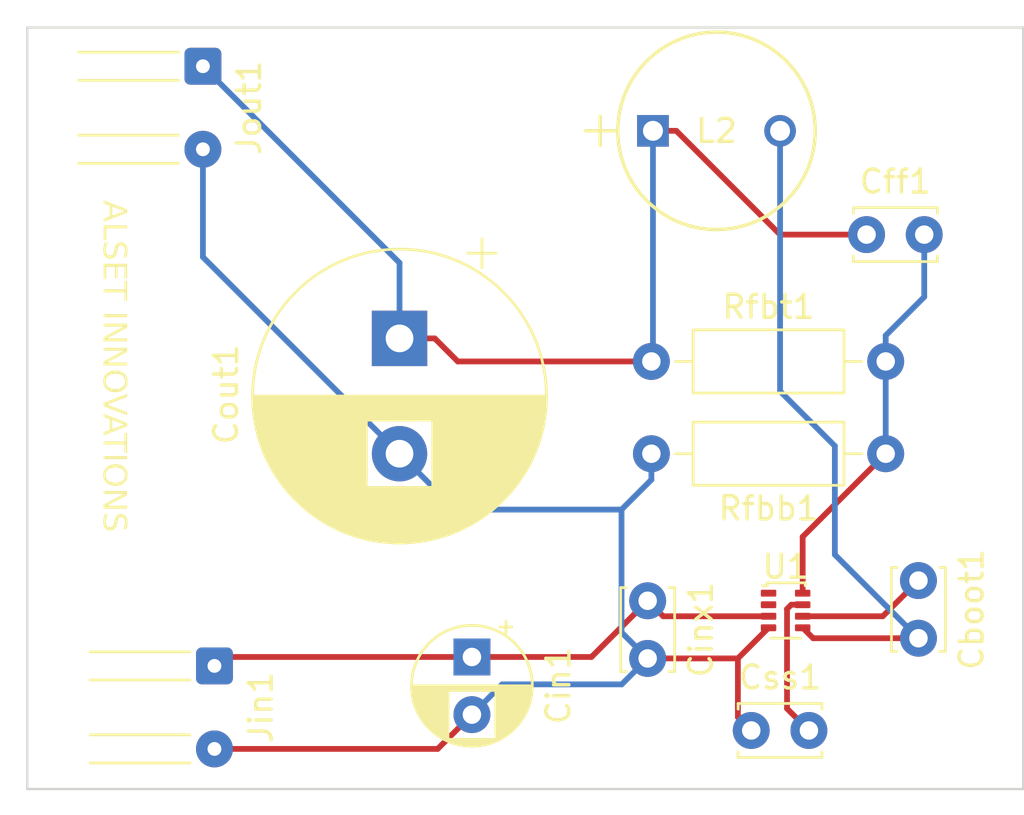
<source format=kicad_pcb>
(kicad_pcb (version 20221018) (generator pcbnew)
  (layers (0 "F.Cu" signal) (31 "B.Cu" signal) (34 "B.Paste" user) (35 "F.Paste" user) (36 "B.SilkS" user "B.Silkscreen") (37 "F.SilkS" user "F.Silkscreen") (38 "B.Mask" user) (39 "F.Mask" user) (44 "Edge.Cuts" user))
  (net 0 "")
  (net 1 "Net-(U1-BST)")
  (net 2 "Net-(U1-SW)")
  (net 3 "VCC")
  (net 4 "Net-(U1-FB)")
  (net 5 "+24V")
  (net 6 "GND")
  (net 7 "Net-(U1-SS)")
  (footprint "Connector_Wire:SolderWire-0.1sqmm_1x02_P3.6mm_D0.4mm_OD1mm_Relief" (layer "F.Cu") (at 93.975 34.7 -90)
    (fp_text reference "Jout1" (at 1.8 -2 90) (layer "F.SilkS"))
    (fp_text value "Conn_01x02")
    (fp_line (start -0.61 1.06) (end -0.61 5.39) (stroke (width 0.12)) (layer "F.SilkS"))
    (fp_line (start 0.61 1.06) (end 0.61 5.39) (stroke (width 0.12)) (layer "F.SilkS"))
    (fp_line (start 2.99 1.06) (end 2.99 5.39) (stroke (width 0.12)) (layer "F.SilkS"))
    (fp_line (start 4.21 1.06) (end 4.21 5.39) (stroke (width 0.12)) (layer "F.SilkS"))
    (pad "" np_thru_hole circle (at 0 6 270) (size 1.5 1.5) (drill 1.5) (layers "*.Cu" "*.Mask"))
    (pad "" np_thru_hole circle (at 3.6 6 270) (size 1.5 1.5) (drill 1.5) (layers "*.Cu" "*.Mask"))
    (pad "1" thru_hole roundrect (at 0 0 270) (size 1.6 1.6) (drill 0.6) (layers "*.Cu" "*.Mask") (roundrect_rratio 0.15625) (net 3 "VCC"))
    (pad "2" thru_hole circle (at 3.6 0 270) (size 1.6 1.6) (drill 0.6) (layers "*.Cu" "*.Mask") (net 6 "GND"))
  )
  (footprint "Resistor_THT:R_Axial_DIN0207_L6.3mm_D2.5mm_P10.16mm_Horizontal" (layer "F.Cu") (at 113.42 47.5)
    (fp_text reference "Rfbt1" (at 5.08 -2.37) (layer "F.SilkS"))
    (fp_text value "~")
    (fp_line (start 1.04 0) (end 1.81 0) (stroke (width 0.12)) (layer "F.SilkS"))
    (fp_line (start 1.81 -1.37) (end 1.81 1.37) (stroke (width 0.12)) (layer "F.SilkS"))
    (fp_line (start 1.81 1.37) (end 8.35 1.37) (stroke (width 0.12)) (layer "F.SilkS"))
    (fp_line (start 8.35 -1.37) (end 1.81 -1.37) (stroke (width 0.12)) (layer "F.SilkS"))
    (fp_line (start 8.35 1.37) (end 8.35 -1.37) (stroke (width 0.12)) (layer "F.SilkS"))
    (fp_line (start 9.12 0) (end 8.35 0) (stroke (width 0.12)) (layer "F.SilkS"))
    (pad "1" thru_hole circle (at 0 0) (size 1.6 1.6) (drill 0.8) (layers "*.Cu" "*.Mask") (net 3 "VCC"))
    (pad "2" thru_hole oval (at 10.16 0) (size 1.6 1.6) (drill 0.8) (layers "*.Cu" "*.Mask") (net 4 "Net-(U1-FB)"))
  )
  (footprint "Capacitor_THT:C_Disc_D3.4mm_W2.1mm_P2.50mm" (layer "F.Cu") (at 117.75 63.5)
    (fp_text reference "Css1" (at 1.25 -2.3) (layer "F.SilkS"))
    (fp_text value "33n")
    (fp_line (start -0.57 -1.17) (end -0.57 -0.925) (stroke (width 0.12)) (layer "F.SilkS"))
    (fp_line (start -0.57 -1.17) (end 3.07 -1.17) (stroke (width 0.12)) (layer "F.SilkS"))
    (fp_line (start -0.57 0.925) (end -0.57 1.17) (stroke (width 0.12)) (layer "F.SilkS"))
    (fp_line (start -0.57 1.17) (end 3.07 1.17) (stroke (width 0.12)) (layer "F.SilkS"))
    (fp_line (start 3.07 -1.17) (end 3.07 -0.925) (stroke (width 0.12)) (layer "F.SilkS"))
    (fp_line (start 3.07 0.925) (end 3.07 1.17) (stroke (width 0.12)) (layer "F.SilkS"))
    (pad "1" thru_hole circle (at 0 0) (size 1.6 1.6) (drill 0.8) (layers "*.Cu" "*.Mask") (net 6 "GND"))
    (pad "2" thru_hole circle (at 2.5 0) (size 1.6 1.6) (drill 0.8) (layers "*.Cu" "*.Mask") (net 7 "Net-(U1-SS)"))
  )
  (footprint "Package_TO_SOT_SMD:SOT-583-8" (layer "F.Cu") (at 119.24 58.297)
    (fp_text reference "U1" (at 0 -1.9 unlocked) (layer "F.SilkS"))
    (fp_text value "TPS62932")
    (fp_line (start -0.8 -1.2) (end 0.85 -1.2) (stroke (width 0.12)) (layer "F.SilkS"))
    (fp_line (start -0.8 -1.075) (end -1 -1.075) (stroke (width 0.12)) (layer "F.SilkS"))
    (fp_line (start -0.8 -1.075) (end -0.8 -1.2) (stroke (width 0.12)) (layer "F.SilkS"))
    (fp_line (start 0.65 1.2) (end -0.65 1.2) (stroke (width 0.12)) (layer "F.SilkS"))
    (fp_line (start 0.85 -1.2) (end 0.85 -1.075) (stroke (width 0.12)) (layer "F.SilkS"))
    (pad "1" smd roundrect (at -0.74 -0.75) (size 0.67 0.3) (layers "F.Cu" "F.Paste" "F.Mask") (roundrect_rratio 0.1666666667))
    (pad "2" smd roundrect (at -0.74 -0.25) (size 0.67 0.3) (layers "F.Cu" "F.Paste" "F.Mask") (roundrect_rratio 0.1666666667))
    (pad "3" smd roundrect (at -0.74 0.25) (size 0.67 0.3) (layers "F.Cu" "F.Paste" "F.Mask") (roundrect_rratio 0.1666666667) (net 5 "+24V"))
    (pad "4" smd roundrect (at -0.74 0.75) (size 0.67 0.3) (layers "F.Cu" "F.Paste" "F.Mask") (roundrect_rratio 0.1666666667) (net 6 "GND"))
    (pad "5" smd roundrect (at 0.74 0.75) (size 0.67 0.3) (layers "F.Cu" "F.Paste" "F.Mask") (roundrect_rratio 0.1666666667) (net 2 "Net-(U1-SW)"))
    (pad "6" smd roundrect (at 0.74 0.25) (size 0.67 0.3) (layers "F.Cu" "F.Paste" "F.Mask") (roundrect_rratio 0.1666666667) (net 1 "Net-(U1-BST)"))
    (pad "7" smd roundrect (at 0.74 -0.25) (size 0.67 0.3) (layers "F.Cu" "F.Paste" "F.Mask") (roundrect_rratio 0.1666666667) (net 7 "Net-(U1-SS)"))
    (pad "8" smd roundrect (at 0.74 -0.75) (size 0.67 0.3) (layers "F.Cu" "F.Paste" "F.Mask") (roundrect_rratio 0.1666666667) (net 4 "Net-(U1-FB)"))
  )
  (footprint "Capacitor_THT:CP_Radial_D12.5mm_P5.00mm" (layer "F.Cu") (at 102.5 46.5 -90)
    (fp_text reference "Cout1" (at 2.4256 7.5184 -90) (layer "F.SilkS"))
    (fp_text value "~")
    (fp_line (start -4.317082 -3.575) (end -3.067082 -3.575) (stroke (width 0.12)) (layer "F.SilkS"))
    (fp_line (start -3.692082 -4.2) (end -3.692082 -2.95) (stroke (width 0.12)) (layer "F.SilkS"))
    (fp_line (start 2.5 -6.33) (end 2.5 6.33) (stroke (width 0.12)) (layer "F.SilkS"))
    (fp_line (start 2.54 -6.33) (end 2.54 6.33) (stroke (width 0.12)) (layer "F.SilkS"))
    (fp_line (start 2.58 -6.33) (end 2.58 6.33) (stroke (width 0.12)) (layer "F.SilkS"))
    (fp_line (start 2.62 -6.329) (end 2.62 6.329) (stroke (width 0.12)) (layer "F.SilkS"))
    (fp_line (start 2.66 -6.328) (end 2.66 6.328) (stroke (width 0.12)) (layer "F.SilkS"))
    (fp_line (start 2.7 -6.327) (end 2.7 6.327) (stroke (width 0.12)) (layer "F.SilkS"))
    (fp_line (start 2.74 -6.326) (end 2.74 6.326) (stroke (width 0.12)) (layer "F.SilkS"))
    (fp_line (start 2.78 -6.324) (end 2.78 6.324) (stroke (width 0.12)) (layer "F.SilkS"))
    (fp_line (start 2.82 -6.322) (end 2.82 6.322) (stroke (width 0.12)) (layer "F.SilkS"))
    (fp_line (start 2.86 -6.32) (end 2.86 6.32) (stroke (width 0.12)) (layer "F.SilkS"))
    (fp_line (start 2.9 -6.318) (end 2.9 6.318) (stroke (width 0.12)) (layer "F.SilkS"))
    (fp_line (start 2.94 -6.315) (end 2.94 6.315) (stroke (width 0.12)) (layer "F.SilkS"))
    (fp_line (start 2.98 -6.312) (end 2.98 6.312) (stroke (width 0.12)) (layer "F.SilkS"))
    (fp_line (start 3.02 -6.309) (end 3.02 6.309) (stroke (width 0.12)) (layer "F.SilkS"))
    (fp_line (start 3.06 -6.306) (end 3.06 6.306) (stroke (width 0.12)) (layer "F.SilkS"))
    (fp_line (start 3.1 -6.302) (end 3.1 6.302) (stroke (width 0.12)) (layer "F.SilkS"))
    (fp_line (start 3.14 -6.298) (end 3.14 6.298) (stroke (width 0.12)) (layer "F.SilkS"))
    (fp_line (start 3.18 -6.294) (end 3.18 6.294) (stroke (width 0.12)) (layer "F.SilkS"))
    (fp_line (start 3.221 -6.29) (end 3.221 6.29) (stroke (width 0.12)) (layer "F.SilkS"))
    (fp_line (start 3.261 -6.285) (end 3.261 6.285) (stroke (width 0.12)) (layer "F.SilkS"))
    (fp_line (start 3.301 -6.28) (end 3.301 6.28) (stroke (width 0.12)) (layer "F.SilkS"))
    (fp_line (start 3.341 -6.275) (end 3.341 6.275) (stroke (width 0.12)) (layer "F.SilkS"))
    (fp_line (start 3.381 -6.269) (end 3.381 6.269) (stroke (width 0.12)) (layer "F.SilkS"))
    (fp_line (start 3.421 -6.264) (end 3.421 6.264) (stroke (width 0.12)) (layer "F.SilkS"))
    (fp_line (start 3.461 -6.258) (end 3.461 6.258) (stroke (width 0.12)) (layer "F.SilkS"))
    (fp_line (start 3.501 -6.252) (end 3.501 6.252) (stroke (width 0.12)) (layer "F.SilkS"))
    (fp_line (start 3.541 -6.245) (end 3.541 6.245) (stroke (width 0.12)) (layer "F.SilkS"))
    (fp_line (start 3.581 -6.238) (end 3.581 -1.44) (stroke (width 0.12)) (layer "F.SilkS"))
    (fp_line (start 3.581 1.44) (end 3.581 6.238) (stroke (width 0.12)) (layer "F.SilkS"))
    (fp_line (start 3.621 -6.231) (end 3.621 -1.44) (stroke (width 0.12)) (layer "F.SilkS"))
    (fp_line (start 3.621 1.44) (end 3.621 6.231) (stroke (width 0.12)) (layer "F.SilkS"))
    (fp_line (start 3.661 -6.224) (end 3.661 -1.44) (stroke (width 0.12)) (layer "F.SilkS"))
    (fp_line (start 3.661 1.44) (end 3.661 6.224) (stroke (width 0.12)) (layer "F.SilkS"))
    (fp_line (start 3.701 -6.216) (end 3.701 -1.44) (stroke (width 0.12)) (layer "F.SilkS"))
    (fp_line (start 3.701 1.44) (end 3.701 6.216) (stroke (width 0.12)) (layer "F.SilkS"))
    (fp_line (start 3.741 -6.209) (end 3.741 -1.44) (stroke (width 0.12)) (layer "F.SilkS"))
    (fp_line (start 3.741 1.44) (end 3.741 6.209) (stroke (width 0.12)) (layer "F.SilkS"))
    (fp_line (start 3.781 -6.201) (end 3.781 -1.44) (stroke (width 0.12)) (layer "F.SilkS"))
    (fp_line (start 3.781 1.44) (end 3.781 6.201) (stroke (width 0.12)) (layer "F.SilkS"))
    (fp_line (start 3.821 -6.192) (end 3.821 -1.44) (stroke (width 0.12)) (layer "F.SilkS"))
    (fp_line (start 3.821 1.44) (end 3.821 6.192) (stroke (width 0.12)) (layer "F.SilkS"))
    (fp_line (start 3.861 -6.184) (end 3.861 -1.44) (stroke (width 0.12)) (layer "F.SilkS"))
    (fp_line (start 3.861 1.44) (end 3.861 6.184) (stroke (width 0.12)) (layer "F.SilkS"))
    (fp_line (start 3.901 -6.175) (end 3.901 -1.44) (stroke (width 0.12)) (layer "F.SilkS"))
    (fp_line (start 3.901 1.44) (end 3.901 6.175) (stroke (width 0.12)) (layer "F.SilkS"))
    (fp_line (start 3.941 -6.166) (end 3.941 -1.44) (stroke (width 0.12)) (layer "F.SilkS"))
    (fp_line (start 3.941 1.44) (end 3.941 6.166) (stroke (width 0.12)) (layer "F.SilkS"))
    (fp_line (start 3.981 -6.156) (end 3.981 -1.44) (stroke (width 0.12)) (layer "F.SilkS"))
    (fp_line (start 3.981 1.44) (end 3.981 6.156) (stroke (width 0.12)) (layer "F.SilkS"))
    (fp_line (start 4.021 -6.146) (end 4.021 -1.44) (stroke (width 0.12)) (layer "F.SilkS"))
    (fp_line (start 4.021 1.44) (end 4.021 6.146) (stroke (width 0.12)) (layer "F.SilkS"))
    (fp_line (start 4.061 -6.137) (end 4.061 -1.44) (stroke (width 0.12)) (layer "F.SilkS"))
    (fp_line (start 4.061 1.44) (end 4.061 6.137) (stroke (width 0.12)) (layer "F.SilkS"))
    (fp_line (start 4.101 -6.126) (end 4.101 -1.44) (stroke (width 0.12)) (layer "F.SilkS"))
    (fp_line (start 4.101 1.44) (end 4.101 6.126) (stroke (width 0.12)) (layer "F.SilkS"))
    (fp_line (start 4.141 -6.116) (end 4.141 -1.44) (stroke (width 0.12)) (layer "F.SilkS"))
    (fp_line (start 4.141 1.44) (end 4.141 6.116) (stroke (width 0.12)) (layer "F.SilkS"))
    (fp_line (start 4.181 -6.105) (end 4.181 -1.44) (stroke (width 0.12)) (layer "F.SilkS"))
    (fp_line (start 4.181 1.44) (end 4.181 6.105) (stroke (width 0.12)) (layer "F.SilkS"))
    (fp_line (start 4.221 -6.094) (end 4.221 -1.44) (stroke (width 0.12)) (layer "F.SilkS"))
    (fp_line (start 4.221 1.44) (end 4.221 6.094) (stroke (width 0.12)) (layer "F.SilkS"))
    (fp_line (start 4.261 -6.083) (end 4.261 -1.44) (stroke (width 0.12)) (layer "F.SilkS"))
    (fp_line (start 4.261 1.44) (end 4.261 6.083) (stroke (width 0.12)) (layer "F.SilkS"))
    (fp_line (start 4.301 -6.071) (end 4.301 -1.44) (stroke (width 0.12)) (layer "F.SilkS"))
    (fp_line (start 4.301 1.44) (end 4.301 6.071) (stroke (width 0.12)) (layer "F.SilkS"))
    (fp_line (start 4.341 -6.059) (end 4.341 -1.44) (stroke (width 0.12)) (layer "F.SilkS"))
    (fp_line (start 4.341 1.44) (end 4.341 6.059) (stroke (width 0.12)) (layer "F.SilkS"))
    (fp_line (start 4.381 -6.047) (end 4.381 -1.44) (stroke (width 0.12)) (layer "F.SilkS"))
    (fp_line (start 4.381 1.44) (end 4.381 6.047) (stroke (width 0.12)) (layer "F.SilkS"))
    (fp_line (start 4.421 -6.034) (end 4.421 -1.44) (stroke (width 0.12)) (layer "F.SilkS"))
    (fp_line (start 4.421 1.44) (end 4.421 6.034) (stroke (width 0.12)) (layer "F.SilkS"))
    (fp_line (start 4.461 -6.021) (end 4.461 -1.44) (stroke (width 0.12)) (layer "F.SilkS"))
    (fp_line (start 4.461 1.44) (end 4.461 6.021) (stroke (width 0.12)) (layer "F.SilkS"))
    (fp_line (start 4.501 -6.008) (end 4.501 -1.44) (stroke (width 0.12)) (layer "F.SilkS"))
    (fp_line (start 4.501 1.44) (end 4.501 6.008) (stroke (width 0.12)) (layer "F.SilkS"))
    (fp_line (start 4.541 -5.995) (end 4.541 -1.44) (stroke (width 0.12)) (layer "F.SilkS"))
    (fp_line (start 4.541 1.44) (end 4.541 5.995) (stroke (width 0.12)) (layer "F.SilkS"))
    (fp_line (start 4.581 -5.981) (end 4.581 -1.44) (stroke (width 0.12)) (layer "F.SilkS"))
    (fp_line (start 4.581 1.44) (end 4.581 5.981) (stroke (width 0.12)) (layer "F.SilkS"))
    (fp_line (start 4.621 -5.967) (end 4.621 -1.44) (stroke (width 0.12)) (layer "F.SilkS"))
    (fp_line (start 4.621 1.44) (end 4.621 5.967) (stroke (width 0.12)) (layer "F.SilkS"))
    (fp_line (start 4.661 -5.953) (end 4.661 -1.44) (stroke (width 0.12)) (layer "F.SilkS"))
    (fp_line (start 4.661 1.44) (end 4.661 5.953) (stroke (width 0.12)) (layer "F.SilkS"))
    (fp_line (start 4.701 -5.939) (end 4.701 -1.44) (stroke (width 0.12)) (layer "F.SilkS"))
    (fp_line (start 4.701 1.44) (end 4.701 5.939) (stroke (width 0.12)) (layer "F.SilkS"))
    (fp_line (start 4.741 -5.924) (end 4.741 -1.44) (stroke (width 0.12)) (layer "F.SilkS"))
    (fp_line (start 4.741 1.44) (end 4.741 5.924) (stroke (width 0.12)) (layer "F.SilkS"))
    (fp_line (start 4.781 -5.908) (end 4.781 -1.44) (stroke (width 0.12)) (layer "F.SilkS"))
    (fp_line (start 4.781 1.44) (end 4.781 5.908) (stroke (width 0.12)) (layer "F.SilkS"))
    (fp_line (start 4.821 -5.893) (end 4.821 -1.44) (stroke (width 0.12)) (layer "F.SilkS"))
    (fp_line (start 4.821 1.44) (end 4.821 5.893) (stroke (width 0.12)) (layer "F.SilkS"))
    (fp_line (start 4.861 -5.877) (end 4.861 -1.44) (stroke (width 0.12)) (layer "F.SilkS"))
    (fp_line (start 4.861 1.44) (end 4.861 5.877) (stroke (width 0.12)) (layer "F.SilkS"))
    (fp_line (start 4.901 -5.861) (end 4.901 -1.44) (stroke (width 0.12)) (layer "F.SilkS"))
    (fp_line (start 4.901 1.44) (end 4.901 5.861) (stroke (width 0.12)) (layer "F.SilkS"))
    (fp_line (start 4.941 -5.845) (end 4.941 -1.44) (stroke (width 0.12)) (layer "F.SilkS"))
    (fp_line (start 4.941 1.44) (end 4.941 5.845) (stroke (width 0.12)) (layer "F.SilkS"))
    (fp_line (start 4.981 -5.828) (end 4.981 -1.44) (stroke (width 0.12)) (layer "F.SilkS"))
    (fp_line (start 4.981 1.44) (end 4.981 5.828) (stroke (width 0.12)) (layer "F.SilkS"))
    (fp_line (start 5.021 -5.811) (end 5.021 -1.44) (stroke (width 0.12)) (layer "F.SilkS"))
    (fp_line (start 5.021 1.44) (end 5.021 5.811) (stroke (width 0.12)) (layer "F.SilkS"))
    (fp_line (start 5.061 -5.793) (end 5.061 -1.44) (stroke (width 0.12)) (layer "F.SilkS"))
    (fp_line (start 5.061 1.44) (end 5.061 5.793) (stroke (width 0.12)) (layer "F.SilkS"))
    (fp_line (start 5.101 -5.776) (end 5.101 -1.44) (stroke (width 0.12)) (layer "F.SilkS"))
    (fp_line (start 5.101 1.44) (end 5.101 5.776) (stroke (width 0.12)) (layer "F.SilkS"))
    (fp_line (start 5.141 -5.758) (end 5.141 -1.44) (stroke (width 0.12)) (layer "F.SilkS"))
    (fp_line (start 5.141 1.44) (end 5.141 5.758) (stroke (width 0.12)) (layer "F.SilkS"))
    (fp_line (start 5.181 -5.739) (end 5.181 -1.44) (stroke (width 0.12)) (layer "F.SilkS"))
    (fp_line (start 5.181 1.44) (end 5.181 5.739) (stroke (width 0.12)) (layer "F.SilkS"))
    (fp_line (start 5.221 -5.721) (end 5.221 -1.44) (stroke (width 0.12)) (layer "F.SilkS"))
    (fp_line (start 5.221 1.44) (end 5.221 5.721) (stroke (width 0.12)) (layer "F.SilkS"))
    (fp_line (start 5.261 -5.702) (end 5.261 -1.44) (stroke (width 0.12)) (layer "F.SilkS"))
    (fp_line (start 5.261 1.44) (end 5.261 5.702) (stroke (width 0.12)) (layer "F.SilkS"))
    (fp_line (start 5.301 -5.682) (end 5.301 -1.44) (stroke (width 0.12)) (layer "F.SilkS"))
    (fp_line (start 5.301 1.44) (end 5.301 5.682) (stroke (width 0.12)) (layer "F.SilkS"))
    (fp_line (start 5.341 -5.662) (end 5.341 -1.44) (stroke (width 0.12)) (layer "F.SilkS"))
    (fp_line (start 5.341 1.44) (end 5.341 5.662) (stroke (width 0.12)) (layer "F.SilkS"))
    (fp_line (start 5.381 -5.642) (end 5.381 -1.44) (stroke (width 0.12)) (layer "F.SilkS"))
    (fp_line (start 5.381 1.44) (end 5.381 5.642) (stroke (width 0.12)) (layer "F.SilkS"))
    (fp_line (start 5.421 -5.622) (end 5.421 -1.44) (stroke (width 0.12)) (layer "F.SilkS"))
    (fp_line (start 5.421 1.44) (end 5.421 5.622) (stroke (width 0.12)) (layer "F.SilkS"))
    (fp_line (start 5.461 -5.601) (end 5.461 -1.44) (stroke (width 0.12)) (layer "F.SilkS"))
    (fp_line (start 5.461 1.44) (end 5.461 5.601) (stroke (width 0.12)) (layer "F.SilkS"))
    (fp_line (start 5.501 -5.58) (end 5.501 -1.44) (stroke (width 0.12)) (layer "F.SilkS"))
    (fp_line (start 5.501 1.44) (end 5.501 5.58) (stroke (width 0.12)) (layer "F.SilkS"))
    (fp_line (start 5.541 -5.558) (end 5.541 -1.44) (stroke (width 0.12)) (layer "F.SilkS"))
    (fp_line (start 5.541 1.44) (end 5.541 5.558) (stroke (width 0.12)) (layer "F.SilkS"))
    (fp_line (start 5.581 -5.536) (end 5.581 -1.44) (stroke (width 0.12)) (layer "F.SilkS"))
    (fp_line (start 5.581 1.44) (end 5.581 5.536) (stroke (width 0.12)) (layer "F.SilkS"))
    (fp_line (start 5.621 -5.514) (end 5.621 -1.44) (stroke (width 0.12)) (layer "F.SilkS"))
    (fp_line (start 5.621 1.44) (end 5.621 5.514) (stroke (width 0.12)) (layer "F.SilkS"))
    (fp_line (start 5.661 -5.491) (end 5.661 -1.44) (stroke (width 0.12)) (layer "F.SilkS"))
    (fp_line (start 5.661 1.44) (end 5.661 5.491) (stroke (width 0.12)) (layer "F.SilkS"))
    (fp_line (start 5.701 -5.468) (end 5.701 -1.44) (stroke (width 0.12)) (layer "F.SilkS"))
    (fp_line (start 5.701 1.44) (end 5.701 5.468) (stroke (width 0.12)) (layer "F.SilkS"))
    (fp_line (start 5.741 -5.445) (end 5.741 -1.44) (stroke (width 0.12)) (layer "F.SilkS"))
    (fp_line (start 5.741 1.44) (end 5.741 5.445) (stroke (width 0.12)) (layer "F.SilkS"))
    (fp_line (start 5.781 -5.421) (end 5.781 -1.44) (stroke (width 0.12)) (layer "F.SilkS"))
    (fp_line (start 5.781 1.44) (end 5.781 5.421) (stroke (width 0.12)) (layer "F.SilkS"))
    (fp_line (start 5.821 -5.397) (end 5.821 -1.44) (stroke (width 0.12)) (layer "F.SilkS"))
    (fp_line (start 5.821 1.44) (end 5.821 5.397) (stroke (width 0.12)) (layer "F.SilkS"))
    (fp_line (start 5.861 -5.372) (end 5.861 -1.44) (stroke (width 0.12)) (layer "F.SilkS"))
    (fp_line (start 5.861 1.44) (end 5.861 5.372) (stroke (width 0.12)) (layer "F.SilkS"))
    (fp_line (start 5.901 -5.347) (end 5.901 -1.44) (stroke (width 0.12)) (layer "F.SilkS"))
    (fp_line (start 5.901 1.44) (end 5.901 5.347) (stroke (width 0.12)) (layer "F.SilkS"))
    (fp_line (start 5.941 -5.322) (end 5.941 -1.44) (stroke (width 0.12)) (layer "F.SilkS"))
    (fp_line (start 5.941 1.44) (end 5.941 5.322) (stroke (width 0.12)) (layer "F.SilkS"))
    (fp_line (start 5.981 -5.296) (end 5.981 -1.44) (stroke (width 0.12)) (layer "F.SilkS"))
    (fp_line (start 5.981 1.44) (end 5.981 5.296) (stroke (width 0.12)) (layer "F.SilkS"))
    (fp_line (start 6.021 -5.27) (end 6.021 -1.44) (stroke (width 0.12)) (layer "F.SilkS"))
    (fp_line (start 6.021 1.44) (end 6.021 5.27) (stroke (width 0.12)) (layer "F.SilkS"))
    (fp_line (start 6.061 -5.243) (end 6.061 -1.44) (stroke (width 0.12)) (layer "F.SilkS"))
    (fp_line (start 6.061 1.44) (end 6.061 5.243) (stroke (width 0.12)) (layer "F.SilkS"))
    (fp_line (start 6.101 -5.216) (end 6.101 -1.44) (stroke (width 0.12)) (layer "F.SilkS"))
    (fp_line (start 6.101 1.44) (end 6.101 5.216) (stroke (width 0.12)) (layer "F.SilkS"))
    (fp_line (start 6.141 -5.188) (end 6.141 -1.44) (stroke (width 0.12)) (layer "F.SilkS"))
    (fp_line (start 6.141 1.44) (end 6.141 5.188) (stroke (width 0.12)) (layer "F.SilkS"))
    (fp_line (start 6.181 -5.16) (end 6.181 -1.44) (stroke (width 0.12)) (layer "F.SilkS"))
    (fp_line (start 6.181 1.44) (end 6.181 5.16) (stroke (width 0.12)) (layer "F.SilkS"))
    (fp_line (start 6.221 -5.131) (end 6.221 -1.44) (stroke (width 0.12)) (layer "F.SilkS"))
    (fp_line (start 6.221 1.44) (end 6.221 5.131) (stroke (width 0.12)) (layer "F.SilkS"))
    (fp_line (start 6.261 -5.102) (end 6.261 -1.44) (stroke (width 0.12)) (layer "F.SilkS"))
    (fp_line (start 6.261 1.44) (end 6.261 5.102) (stroke (width 0.12)) (layer "F.SilkS"))
    (fp_line (start 6.301 -5.073) (end 6.301 -1.44) (stroke (width 0.12)) (layer "F.SilkS"))
    (fp_line (start 6.301 1.44) (end 6.301 5.073) (stroke (width 0.12)) (layer "F.SilkS"))
    (fp_line (start 6.341 -5.043) (end 6.341 -1.44) (stroke (width 0.12)) (layer "F.SilkS"))
    (fp_line (start 6.341 1.44) (end 6.341 5.043) (stroke (width 0.12)) (layer "F.SilkS"))
    (fp_line (start 6.381 -5.012) (end 6.381 -1.44) (stroke (width 0.12)) (layer "F.SilkS"))
    (fp_line (start 6.381 1.44) (end 6.381 5.012) (stroke (width 0.12)) (layer "F.SilkS"))
    (fp_line (start 6.421 -4.982) (end 6.421 -1.44) (stroke (width 0.12)) (layer "F.SilkS"))
    (fp_line (start 6.421 1.44) (end 6.421 4.982) (stroke (width 0.12)) (layer "F.SilkS"))
    (fp_line (start 6.461 -4.95) (end 6.461 4.95) (stroke (width 0.12)) (layer "F.SilkS"))
    (fp_line (start 6.501 -4.918) (end 6.501 4.918) (stroke (width 0.12)) (layer "F.SilkS"))
    (fp_line (start 6.541 -4.885) (end 6.541 4.885) (stroke (width 0.12)) (layer "F.SilkS"))
    (fp_line (start 6.581 -4.852) (end 6.581 4.852) (stroke (width 0.12)) (layer "F.SilkS"))
    (fp_line (start 6.621 -4.819) (end 6.621 4.819) (stroke (width 0.12)) (layer "F.SilkS"))
    (fp_line (start 6.661 -4.785) (end 6.661 4.785) (stroke (width 0.12)) (layer "F.SilkS"))
    (fp_line (start 6.701 -4.75) (end 6.701 4.75) (stroke (width 0.12)) (layer "F.SilkS"))
    (fp_line (start 6.741 -4.714) (end 6.741 4.714) (stroke (width 0.12)) (layer "F.SilkS"))
    (fp_line (start 6.781 -4.678) (end 6.781 4.678) (stroke (width 0.12)) (layer "F.SilkS"))
    (fp_line (start 6.821 -4.642) (end 6.821 4.642) (stroke (width 0.12)) (layer "F.SilkS"))
    (fp_line (start 6.861 -4.605) (end 6.861 4.605) (stroke (width 0.12)) (layer "F.SilkS"))
    (fp_line (start 6.901 -4.567) (end 6.901 4.567) (stroke (width 0.12)) (layer "F.SilkS"))
    (fp_line (start 6.941 -4.528) (end 6.941 4.528) (stroke (width 0.12)) (layer "F.SilkS"))
    (fp_line (start 6.981 -4.489) (end 6.981 4.489) (stroke (width 0.12)) (layer "F.SilkS"))
    (fp_line (start 7.021 -4.449) (end 7.021 4.449) (stroke (width 0.12)) (layer "F.SilkS"))
    (fp_line (start 7.061 -4.408) (end 7.061 4.408) (stroke (width 0.12)) (layer "F.SilkS"))
    (fp_line (start 7.101 -4.367) (end 7.101 4.367) (stroke (width 0.12)) (layer "F.SilkS"))
    (fp_line (start 7.141 -4.325) (end 7.141 4.325) (stroke (width 0.12)) (layer "F.SilkS"))
    (fp_line (start 7.181 -4.282) (end 7.181 4.282) (stroke (width 0.12)) (layer "F.SilkS"))
    (fp_line (start 7.221 -4.238) (end 7.221 4.238) (stroke (width 0.12)) (layer "F.SilkS"))
    (fp_line (start 7.261 -4.194) (end 7.261 4.194) (stroke (width 0.12)) (layer "F.SilkS"))
    (fp_line (start 7.301 -4.148) (end 7.301 4.148) (stroke (width 0.12)) (layer "F.SilkS"))
    (fp_line (start 7.341 -4.102) (end 7.341 4.102) (stroke (width 0.12)) (layer "F.SilkS"))
    (fp_line (start 7.381 -4.055) (end 7.381 4.055) (stroke (width 0.12)) (layer "F.SilkS"))
    (fp_line (start 7.421 -4.007) (end 7.421 4.007) (stroke (width 0.12)) (layer "F.SilkS"))
    (fp_line (start 7.461 -3.957) (end 7.461 3.957) (stroke (width 0.12)) (layer "F.SilkS"))
    (fp_line (start 7.501 -3.907) (end 7.501 3.907) (stroke (width 0.12)) (layer "F.SilkS"))
    (fp_line (start 7.541 -3.856) (end 7.541 3.856) (stroke (width 0.12)) (layer "F.SilkS"))
    (fp_line (start 7.581 -3.804) (end 7.581 3.804) (stroke (width 0.12)) (layer "F.SilkS"))
    (fp_line (start 7.621 -3.75) (end 7.621 3.75) (stroke (width 0.12)) (layer "F.SilkS"))
    (fp_line (start 7.661 -3.696) (end 7.661 3.696) (stroke (width 0.12)) (layer "F.SilkS"))
    (fp_line (start 7.701 -3.64) (end 7.701 3.64) (stroke (width 0.12)) (layer "F.SilkS"))
    (fp_line (start 7.741 -3.583) (end 7.741 3.583) (stroke (width 0.12)) (layer "F.SilkS"))
    (fp_line (start 7.781 -3.524) (end 7.781 3.524) (stroke (width 0.12)) (layer "F.SilkS"))
    (fp_line (start 7.821 -3.464) (end 7.821 3.464) (stroke (width 0.12)) (layer "F.SilkS"))
    (fp_line (start 7.861 -3.402) (end 7.861 3.402) (stroke (width 0.12)) (layer "F.SilkS"))
    (fp_line (start 7.901 -3.339) (end 7.901 3.339) (stroke (width 0.12)) (layer "F.SilkS"))
    (fp_line (start 7.941 -3.275) (end 7.941 3.275) (stroke (width 0.12)) (layer "F.SilkS"))
    (fp_line (start 7.981 -3.208) (end 7.981 3.208) (stroke (width 0.12)) (layer "F.SilkS"))
    (fp_line (start 8.021 -3.14) (end 8.021 3.14) (stroke (width 0.12)) (layer "F.SilkS"))
    (fp_line (start 8.061 -3.069) (end 8.061 3.069) (stroke (width 0.12)) (layer "F.SilkS"))
    (fp_line (start 8.101 -2.996) (end 8.101 2.996) (stroke (width 0.12)) (layer "F.SilkS"))
    (fp_line (start 8.141 -2.921) (end 8.141 2.921) (stroke (width 0.12)) (layer "F.SilkS"))
    (fp_line (start 8.181 -2.844) (end 8.181 2.844) (stroke (width 0.12)) (layer "F.SilkS"))
    (fp_line (start 8.221 -2.764) (end 8.221 2.764) (stroke (width 0.12)) (layer "F.SilkS"))
    (fp_line (start 8.261 -2.681) (end 8.261 2.681) (stroke (width 0.12)) (layer "F.SilkS"))
    (fp_line (start 8.301 -2.594) (end 8.301 2.594) (stroke (width 0.12)) (layer "F.SilkS"))
    (fp_line (start 8.341 -2.504) (end 8.341 2.504) (stroke (width 0.12)) (layer "F.SilkS"))
    (fp_line (start 8.381 -2.41) (end 8.381 2.41) (stroke (width 0.12)) (layer "F.SilkS"))
    (fp_line (start 8.421 -2.312) (end 8.421 2.312) (stroke (width 0.12)) (layer "F.SilkS"))
    (fp_line (start 8.461 -2.209) (end 8.461 2.209) (stroke (width 0.12)) (layer "F.SilkS"))
    (fp_line (start 8.501 -2.1) (end 8.501 2.1) (stroke (width 0.12)) (layer "F.SilkS"))
    (fp_line (start 8.541 -1.984) (end 8.541 1.984) (stroke (width 0.12)) (layer "F.SilkS"))
    (fp_line (start 8.581 -1.861) (end 8.581 1.861) (stroke (width 0.12)) (layer "F.SilkS"))
    (fp_line (start 8.621 -1.728) (end 8.621 1.728) (stroke (width 0.12)) (layer "F.SilkS"))
    (fp_line (start 8.661 -1.583) (end 8.661 1.583) (stroke (width 0.12)) (layer "F.SilkS"))
    (fp_line (start 8.701 -1.422) (end 8.701 1.422) (stroke (width 0.12)) (layer "F.SilkS"))
    (fp_line (start 8.741 -1.241) (end 8.741 1.241) (stroke (width 0.12)) (layer "F.SilkS"))
    (fp_line (start 8.781 -1.028) (end 8.781 1.028) (stroke (width 0.12)) (layer "F.SilkS"))
    (fp_line (start 8.821 -0.757) (end 8.821 0.757) (stroke (width 0.12)) (layer "F.SilkS"))
    (fp_line (start 8.861 -0.317) (end 8.861 0.317) (stroke (width 0.12)) (layer "F.SilkS"))
    (fp_circle (center 2.5 0) (end 8.87 0) (stroke (width 0.12)) (fill none) (layer "F.SilkS"))
    (pad "1" thru_hole rect (at 0 0 270) (size 2.4 2.4) (drill 1.2) (layers "*.Cu" "*.Mask") (net 3 "VCC"))
    (pad "2" thru_hole circle (at 5 0 270) (size 2.4 2.4) (drill 1.2) (layers "*.Cu" "*.Mask") (net 6 "GND"))
  )
  (footprint "Capacitor_THT:C_Disc_D3.4mm_W2.1mm_P2.50mm" (layer "F.Cu") (at 125 57 -90)
    (fp_text reference "Cboot1" (at 1.25 -2.3 -270) (layer "F.SilkS"))
    (fp_text value "100n")
    (fp_line (start -0.57 -1.17) (end -0.57 -0.925) (stroke (width 0.12)) (layer "F.SilkS"))
    (fp_line (start -0.57 -1.17) (end 3.07 -1.17) (stroke (width 0.12)) (layer "F.SilkS"))
    (fp_line (start -0.57 0.925) (end -0.57 1.17) (stroke (width 0.12)) (layer "F.SilkS"))
    (fp_line (start -0.57 1.17) (end 3.07 1.17) (stroke (width 0.12)) (layer "F.SilkS"))
    (fp_line (start 3.07 -1.17) (end 3.07 -0.925) (stroke (width 0.12)) (layer "F.SilkS"))
    (fp_line (start 3.07 0.925) (end 3.07 1.17) (stroke (width 0.12)) (layer "F.SilkS"))
    (pad "1" thru_hole circle (at 0 0 270) (size 1.6 1.6) (drill 0.8) (layers "*.Cu" "*.Mask") (net 1 "Net-(U1-BST)"))
    (pad "2" thru_hole circle (at 2.5 0 270) (size 1.6 1.6) (drill 0.8) (layers "*.Cu" "*.Mask") (net 2 "Net-(U1-SW)"))
  )
  (footprint "Capacitor_THT:C_Disc_D3.4mm_W2.1mm_P2.50mm" (layer "F.Cu") (at 113.2586 57.8758 -90)
    (fp_text reference "Cinx1" (at 1.25 -2.3 90) (layer "F.SilkS"))
    (fp_text value "100n")
    (fp_line (start -0.57 -1.17) (end -0.57 -0.925) (stroke (width 0.12)) (layer "F.SilkS"))
    (fp_line (start -0.57 -1.17) (end 3.07 -1.17) (stroke (width 0.12)) (layer "F.SilkS"))
    (fp_line (start -0.57 0.925) (end -0.57 1.17) (stroke (width 0.12)) (layer "F.SilkS"))
    (fp_line (start -0.57 1.17) (end 3.07 1.17) (stroke (width 0.12)) (layer "F.SilkS"))
    (fp_line (start 3.07 -1.17) (end 3.07 -0.925) (stroke (width 0.12)) (layer "F.SilkS"))
    (fp_line (start 3.07 0.925) (end 3.07 1.17) (stroke (width 0.12)) (layer "F.SilkS"))
    (pad "1" thru_hole circle (at 0 0 270) (size 1.6 1.6) (drill 0.8) (layers "*.Cu" "*.Mask") (net 5 "+24V"))
    (pad "2" thru_hole circle (at 2.5 0 270) (size 1.6 1.6) (drill 0.8) (layers "*.Cu" "*.Mask") (net 6 "GND"))
  )
  (footprint "footprints:IND_MULTICOMP_MCSCH895_MTC" (layer "F.Cu") (at 113.4882 37.5)
    (fp_text reference "L2" (at 2.7559 0 unlocked) (layer "F.SilkS"))
    (fp_text value "MCSCH895-100LU")
    (fp_line (start -2.921 0) (end -1.651 0) (stroke (width 0.1524)) (layer "F.SilkS"))
    (fp_line (start -2.286 -0.635) (end -2.286 0.635) (stroke (width 0.1524)) (layer "F.SilkS"))
    (fp_circle (center 2.7559 0) (end 7.0358 0) (stroke (width 0.1524)) (fill none) (layer "F.SilkS"))
    (pad "1" thru_hole rect (at 0 0) (size 1.3716 1.3716) (drill 0.8636) (layers "*.Cu" "*.Mask") (net 3 "VCC"))
    (pad "2" thru_hole circle (at 5.5118 0) (size 1.3716 1.3716) (drill 0.8636) (layers "*.Cu" "*.Mask") (net 2 "Net-(U1-SW)"))
  )
  (footprint "Capacitor_THT:C_Disc_D3.4mm_W2.1mm_P2.50mm" (layer "F.Cu") (at 122.75 42)
    (fp_text reference "Cff1" (at 1.25 -2.3) (layer "F.SilkS"))
    (fp_text value "~")
    (fp_line (start -0.57 -1.17) (end -0.57 -0.925) (stroke (width 0.12)) (layer "F.SilkS"))
    (fp_line (start -0.57 -1.17) (end 3.07 -1.17) (stroke (width 0.12)) (layer "F.SilkS"))
    (fp_line (start -0.57 0.925) (end -0.57 1.17) (stroke (width 0.12)) (layer "F.SilkS"))
    (fp_line (start -0.57 1.17) (end 3.07 1.17) (stroke (width 0.12)) (layer "F.SilkS"))
    (fp_line (start 3.07 -1.17) (end 3.07 -0.925) (stroke (width 0.12)) (layer "F.SilkS"))
    (fp_line (start 3.07 0.925) (end 3.07 1.17) (stroke (width 0.12)) (layer "F.SilkS"))
    (pad "1" thru_hole circle (at 0 0) (size 1.6 1.6) (drill 0.8) (layers "*.Cu" "*.Mask") (net 3 "VCC"))
    (pad "2" thru_hole circle (at 2.5 0) (size 1.6 1.6) (drill 0.8) (layers "*.Cu" "*.Mask") (net 4 "Net-(U1-FB)"))
  )
  (footprint "Connector_Wire:SolderWire-0.1sqmm_1x02_P3.6mm_D0.4mm_OD1mm_Relief" (layer "F.Cu") (at 94.475 60.7 -90)
    (fp_text reference "Jin1" (at 1.8 -2 90) (layer "F.SilkS"))
    (fp_text value "Conn_01x02")
    (fp_line (start -0.61 1.06) (end -0.61 5.39) (stroke (width 0.12)) (layer "F.SilkS"))
    (fp_line (start 0.61 1.06) (end 0.61 5.39) (stroke (width 0.12)) (layer "F.SilkS"))
    (fp_line (start 2.99 1.06) (end 2.99 5.39) (stroke (width 0.12)) (layer "F.SilkS"))
    (fp_line (start 4.21 1.06) (end 4.21 5.39) (stroke (width 0.12)) (layer "F.SilkS"))
    (pad "" np_thru_hole circle (at 0 6 270) (size 1.5 1.5) (drill 1.5) (layers "*.Cu" "*.Mask"))
    (pad "" np_thru_hole circle (at 3.6 6 270) (size 1.5 1.5) (drill 1.5) (layers "*.Cu" "*.Mask"))
    (pad "1" thru_hole roundrect (at 0 0 270) (size 1.6 1.6) (drill 0.6) (layers "*.Cu" "*.Mask") (roundrect_rratio 0.15625) (net 5 "+24V"))
    (pad "2" thru_hole circle (at 3.6 0 270) (size 1.6 1.6) (drill 0.6) (layers "*.Cu" "*.Mask") (net 6 "GND"))
  )
  (footprint "Resistor_THT:R_Axial_DIN0207_L6.3mm_D2.5mm_P10.16mm_Horizontal" (layer "F.Cu") (at 123.58 51.5 180)
    (fp_text reference "Rfbb1" (at 5.08 -2.37) (layer "F.SilkS"))
    (fp_text value "10k")
    (fp_line (start 1.04 0) (end 1.81 0) (stroke (width 0.12)) (layer "F.SilkS"))
    (fp_line (start 1.81 -1.37) (end 1.81 1.37) (stroke (width 0.12)) (layer "F.SilkS"))
    (fp_line (start 1.81 1.37) (end 8.35 1.37) (stroke (width 0.12)) (layer "F.SilkS"))
    (fp_line (start 8.35 -1.37) (end 1.81 -1.37) (stroke (width 0.12)) (layer "F.SilkS"))
    (fp_line (start 8.35 1.37) (end 8.35 -1.37) (stroke (width 0.12)) (layer "F.SilkS"))
    (fp_line (start 9.12 0) (end 8.35 0) (stroke (width 0.12)) (layer "F.SilkS"))
    (pad "1" thru_hole circle (at 0 0 180) (size 1.6 1.6) (drill 0.8) (layers "*.Cu" "*.Mask") (net 4 "Net-(U1-FB)"))
    (pad "2" thru_hole oval (at 10.16 0 180) (size 1.6 1.6) (drill 0.8) (layers "*.Cu" "*.Mask") (net 6 "GND"))
  )
  (footprint "Capacitor_THT:CP_Radial_D5.0mm_P2.50mm" (layer "F.Cu") (at 105.6386 60.3137 -90)
    (fp_text reference "Cin1" (at 1.25 -3.75 90) (layer "F.SilkS"))
    (fp_text value "10u")
    (fp_line (start -1.554775 -1.475) (end -1.054775 -1.475) (stroke (width 0.12)) (layer "F.SilkS"))
    (fp_line (start -1.304775 -1.725) (end -1.304775 -1.225) (stroke (width 0.12)) (layer "F.SilkS"))
    (fp_line (start 1.25 -2.58) (end 1.25 2.58) (stroke (width 0.12)) (layer "F.SilkS"))
    (fp_line (start 1.29 -2.58) (end 1.29 2.58) (stroke (width 0.12)) (layer "F.SilkS"))
    (fp_line (start 1.33 -2.579) (end 1.33 2.579) (stroke (width 0.12)) (layer "F.SilkS"))
    (fp_line (start 1.37 -2.578) (end 1.37 2.578) (stroke (width 0.12)) (layer "F.SilkS"))
    (fp_line (start 1.41 -2.576) (end 1.41 2.576) (stroke (width 0.12)) (layer "F.SilkS"))
    (fp_line (start 1.45 -2.573) (end 1.45 2.573) (stroke (width 0.12)) (layer "F.SilkS"))
    (fp_line (start 1.49 -2.569) (end 1.49 -1.04) (stroke (width 0.12)) (layer "F.SilkS"))
    (fp_line (start 1.49 1.04) (end 1.49 2.569) (stroke (width 0.12)) (layer "F.SilkS"))
    (fp_line (start 1.53 -2.565) (end 1.53 -1.04) (stroke (width 0.12)) (layer "F.SilkS"))
    (fp_line (start 1.53 1.04) (end 1.53 2.565) (stroke (width 0.12)) (layer "F.SilkS"))
    (fp_line (start 1.57 -2.561) (end 1.57 -1.04) (stroke (width 0.12)) (layer "F.SilkS"))
    (fp_line (start 1.57 1.04) (end 1.57 2.561) (stroke (width 0.12)) (layer "F.SilkS"))
    (fp_line (start 1.61 -2.556) (end 1.61 -1.04) (stroke (width 0.12)) (layer "F.SilkS"))
    (fp_line (start 1.61 1.04) (end 1.61 2.556) (stroke (width 0.12)) (layer "F.SilkS"))
    (fp_line (start 1.65 -2.55) (end 1.65 -1.04) (stroke (width 0.12)) (layer "F.SilkS"))
    (fp_line (start 1.65 1.04) (end 1.65 2.55) (stroke (width 0.12)) (layer "F.SilkS"))
    (fp_line (start 1.69 -2.543) (end 1.69 -1.04) (stroke (width 0.12)) (layer "F.SilkS"))
    (fp_line (start 1.69 1.04) (end 1.69 2.543) (stroke (width 0.12)) (layer "F.SilkS"))
    (fp_line (start 1.73 -2.536) (end 1.73 -1.04) (stroke (width 0.12)) (layer "F.SilkS"))
    (fp_line (start 1.73 1.04) (end 1.73 2.536) (stroke (width 0.12)) (layer "F.SilkS"))
    (fp_line (start 1.77 -2.528) (end 1.77 -1.04) (stroke (width 0.12)) (layer "F.SilkS"))
    (fp_line (start 1.77 1.04) (end 1.77 2.528) (stroke (width 0.12)) (layer "F.SilkS"))
    (fp_line (start 1.81 -2.52) (end 1.81 -1.04) (stroke (width 0.12)) (layer "F.SilkS"))
    (fp_line (start 1.81 1.04) (end 1.81 2.52) (stroke (width 0.12)) (layer "F.SilkS"))
    (fp_line (start 1.85 -2.511) (end 1.85 -1.04) (stroke (width 0.12)) (layer "F.SilkS"))
    (fp_line (start 1.85 1.04) (end 1.85 2.511) (stroke (width 0.12)) (layer "F.SilkS"))
    (fp_line (start 1.89 -2.501) (end 1.89 -1.04) (stroke (width 0.12)) (layer "F.SilkS"))
    (fp_line (start 1.89 1.04) (end 1.89 2.501) (stroke (width 0.12)) (layer "F.SilkS"))
    (fp_line (start 1.93 -2.491) (end 1.93 -1.04) (stroke (width 0.12)) (layer "F.SilkS"))
    (fp_line (start 1.93 1.04) (end 1.93 2.491) (stroke (width 0.12)) (layer "F.SilkS"))
    (fp_line (start 1.971 -2.48) (end 1.971 -1.04) (stroke (width 0.12)) (layer "F.SilkS"))
    (fp_line (start 1.971 1.04) (end 1.971 2.48) (stroke (width 0.12)) (layer "F.SilkS"))
    (fp_line (start 2.011 -2.468) (end 2.011 -1.04) (stroke (width 0.12)) (layer "F.SilkS"))
    (fp_line (start 2.011 1.04) (end 2.011 2.468) (stroke (width 0.12)) (layer "F.SilkS"))
    (fp_line (start 2.051 -2.455) (end 2.051 -1.04) (stroke (width 0.12)) (layer "F.SilkS"))
    (fp_line (start 2.051 1.04) (end 2.051 2.455) (stroke (width 0.12)) (layer "F.SilkS"))
    (fp_line (start 2.091 -2.442) (end 2.091 -1.04) (stroke (width 0.12)) (layer "F.SilkS"))
    (fp_line (start 2.091 1.04) (end 2.091 2.442) (stroke (width 0.12)) (layer "F.SilkS"))
    (fp_line (start 2.131 -2.428) (end 2.131 -1.04) (stroke (width 0.12)) (layer "F.SilkS"))
    (fp_line (start 2.131 1.04) (end 2.131 2.428) (stroke (width 0.12)) (layer "F.SilkS"))
    (fp_line (start 2.171 -2.414) (end 2.171 -1.04) (stroke (width 0.12)) (layer "F.SilkS"))
    (fp_line (start 2.171 1.04) (end 2.171 2.414) (stroke (width 0.12)) (layer "F.SilkS"))
    (fp_line (start 2.211 -2.398) (end 2.211 -1.04) (stroke (width 0.12)) (layer "F.SilkS"))
    (fp_line (start 2.211 1.04) (end 2.211 2.398) (stroke (width 0.12)) (layer "F.SilkS"))
    (fp_line (start 2.251 -2.382) (end 2.251 -1.04) (stroke (width 0.12)) (layer "F.SilkS"))
    (fp_line (start 2.251 1.04) (end 2.251 2.382) (stroke (width 0.12)) (layer "F.SilkS"))
    (fp_line (start 2.291 -2.365) (end 2.291 -1.04) (stroke (width 0.12)) (layer "F.SilkS"))
    (fp_line (start 2.291 1.04) (end 2.291 2.365) (stroke (width 0.12)) (layer "F.SilkS"))
    (fp_line (start 2.331 -2.348) (end 2.331 -1.04) (stroke (width 0.12)) (layer "F.SilkS"))
    (fp_line (start 2.331 1.04) (end 2.331 2.348) (stroke (width 0.12)) (layer "F.SilkS"))
    (fp_line (start 2.371 -2.329) (end 2.371 -1.04) (stroke (width 0.12)) (layer "F.SilkS"))
    (fp_line (start 2.371 1.04) (end 2.371 2.329) (stroke (width 0.12)) (layer "F.SilkS"))
    (fp_line (start 2.411 -2.31) (end 2.411 -1.04) (stroke (width 0.12)) (layer "F.SilkS"))
    (fp_line (start 2.411 1.04) (end 2.411 2.31) (stroke (width 0.12)) (layer "F.SilkS"))
    (fp_line (start 2.451 -2.29) (end 2.451 -1.04) (stroke (width 0.12)) (layer "F.SilkS"))
    (fp_line (start 2.451 1.04) (end 2.451 2.29) (stroke (width 0.12)) (layer "F.SilkS"))
    (fp_line (start 2.491 -2.268) (end 2.491 -1.04) (stroke (width 0.12)) (layer "F.SilkS"))
    (fp_line (start 2.491 1.04) (end 2.491 2.268) (stroke (width 0.12)) (layer "F.SilkS"))
    (fp_line (start 2.531 -2.247) (end 2.531 -1.04) (stroke (width 0.12)) (layer "F.SilkS"))
    (fp_line (start 2.531 1.04) (end 2.531 2.247) (stroke (width 0.12)) (layer "F.SilkS"))
    (fp_line (start 2.571 -2.224) (end 2.571 -1.04) (stroke (width 0.12)) (layer "F.SilkS"))
    (fp_line (start 2.571 1.04) (end 2.571 2.224) (stroke (width 0.12)) (layer "F.SilkS"))
    (fp_line (start 2.611 -2.2) (end 2.611 -1.04) (stroke (width 0.12)) (layer "F.SilkS"))
    (fp_line (start 2.611 1.04) (end 2.611 2.2) (stroke (width 0.12)) (layer "F.SilkS"))
    (fp_line (start 2.651 -2.175) (end 2.651 -1.04) (stroke (width 0.12)) (layer "F.SilkS"))
    (fp_line (start 2.651 1.04) (end 2.651 2.175) (stroke (width 0.12)) (layer "F.SilkS"))
    (fp_line (start 2.691 -2.149) (end 2.691 -1.04) (stroke (width 0.12)) (layer "F.SilkS"))
    (fp_line (start 2.691 1.04) (end 2.691 2.149) (stroke (width 0.12)) (layer "F.SilkS"))
    (fp_line (start 2.731 -2.122) (end 2.731 -1.04) (stroke (width 0.12)) (layer "F.SilkS"))
    (fp_line (start 2.731 1.04) (end 2.731 2.122) (stroke (width 0.12)) (layer "F.SilkS"))
    (fp_line (start 2.771 -2.095) (end 2.771 -1.04) (stroke (width 0.12)) (layer "F.SilkS"))
    (fp_line (start 2.771 1.04) (end 2.771 2.095) (stroke (width 0.12)) (layer "F.SilkS"))
    (fp_line (start 2.811 -2.065) (end 2.811 -1.04) (stroke (width 0.12)) (layer "F.SilkS"))
    (fp_line (start 2.811 1.04) (end 2.811 2.065) (stroke (width 0.12)) (layer "F.SilkS"))
    (fp_line (start 2.851 -2.035) (end 2.851 -1.04) (stroke (width 0.12)) (layer "F.SilkS"))
    (fp_line (start 2.851 1.04) (end 2.851 2.035) (stroke (width 0.12)) (layer "F.SilkS"))
    (fp_line (start 2.891 -2.004) (end 2.891 -1.04) (stroke (width 0.12)) (layer "F.SilkS"))
    (fp_line (start 2.891 1.04) (end 2.891 2.004) (stroke (width 0.12)) (layer "F.SilkS"))
    (fp_line (start 2.931 -1.971) (end 2.931 -1.04) (stroke (width 0.12)) (layer "F.SilkS"))
    (fp_line (start 2.931 1.04) (end 2.931 1.971) (stroke (width 0.12)) (layer "F.SilkS"))
    (fp_line (start 2.971 -1.937) (end 2.971 -1.04) (stroke (width 0.12)) (layer "F.SilkS"))
    (fp_line (start 2.971 1.04) (end 2.971 1.937) (stroke (width 0.12)) (layer "F.SilkS"))
    (fp_line (start 3.011 -1.901) (end 3.011 -1.04) (stroke (width 0.12)) (layer "F.SilkS"))
    (fp_line (start 3.011 1.04) (end 3.011 1.901) (stroke (width 0.12)) (layer "F.SilkS"))
    (fp_line (start 3.051 -1.864) (end 3.051 -1.04) (stroke (width 0.12)) (layer "F.SilkS"))
    (fp_line (start 3.051 1.04) (end 3.051 1.864) (stroke (width 0.12)) (layer "F.SilkS"))
    (fp_line (start 3.091 -1.826) (end 3.091 -1.04) (stroke (width 0.12)) (layer "F.SilkS"))
    (fp_line (start 3.091 1.04) (end 3.091 1.826) (stroke (width 0.12)) (layer "F.SilkS"))
    (fp_line (start 3.131 -1.785) (end 3.131 -1.04) (stroke (width 0.12)) (layer "F.SilkS"))
    (fp_line (start 3.131 1.04) (end 3.131 1.785) (stroke (width 0.12)) (layer "F.SilkS"))
    (fp_line (start 3.171 -1.743) (end 3.171 -1.04) (stroke (width 0.12)) (layer "F.SilkS"))
    (fp_line (start 3.171 1.04) (end 3.171 1.743) (stroke (width 0.12)) (layer "F.SilkS"))
    (fp_line (start 3.211 -1.699) (end 3.211 -1.04) (stroke (width 0.12)) (layer "F.SilkS"))
    (fp_line (start 3.211 1.04) (end 3.211 1.699) (stroke (width 0.12)) (layer "F.SilkS"))
    (fp_line (start 3.251 -1.653) (end 3.251 -1.04) (stroke (width 0.12)) (layer "F.SilkS"))
    (fp_line (start 3.251 1.04) (end 3.251 1.653) (stroke (width 0.12)) (layer "F.SilkS"))
    (fp_line (start 3.291 -1.605) (end 3.291 -1.04) (stroke (width 0.12)) (layer "F.SilkS"))
    (fp_line (start 3.291 1.04) (end 3.291 1.605) (stroke (width 0.12)) (layer "F.SilkS"))
    (fp_line (start 3.331 -1.554) (end 3.331 -1.04) (stroke (width 0.12)) (layer "F.SilkS"))
    (fp_line (start 3.331 1.04) (end 3.331 1.554) (stroke (width 0.12)) (layer "F.SilkS"))
    (fp_line (start 3.371 -1.5) (end 3.371 -1.04) (stroke (width 0.12)) (layer "F.SilkS"))
    (fp_line (start 3.371 1.04) (end 3.371 1.5) (stroke (width 0.12)) (layer "F.SilkS"))
    (fp_line (start 3.411 -1.443) (end 3.411 -1.04) (stroke (width 0.12)) (layer "F.SilkS"))
    (fp_line (start 3.411 1.04) (end 3.411 1.443) (stroke (width 0.12)) (layer "F.SilkS"))
    (fp_line (start 3.451 -1.383) (end 3.451 -1.04) (stroke (width 0.12)) (layer "F.SilkS"))
    (fp_line (start 3.451 1.04) (end 3.451 1.383) (stroke (width 0.12)) (layer "F.SilkS"))
    (fp_line (start 3.491 -1.319) (end 3.491 -1.04) (stroke (width 0.12)) (layer "F.SilkS"))
    (fp_line (start 3.491 1.04) (end 3.491 1.319) (stroke (width 0.12)) (layer "F.SilkS"))
    (fp_line (start 3.531 -1.251) (end 3.531 -1.04) (stroke (width 0.12)) (layer "F.SilkS"))
    (fp_line (start 3.531 1.04) (end 3.531 1.251) (stroke (width 0.12)) (layer "F.SilkS"))
    (fp_line (start 3.571 -1.178) (end 3.571 1.178) (stroke (width 0.12)) (layer "F.SilkS"))
    (fp_line (start 3.611 -1.098) (end 3.611 1.098) (stroke (width 0.12)) (layer "F.SilkS"))
    (fp_line (start 3.651 -1.011) (end 3.651 1.011) (stroke (width 0.12)) (layer "F.SilkS"))
    (fp_line (start 3.691 -0.915) (end 3.691 0.915) (stroke (width 0.12)) (layer "F.SilkS"))
    (fp_line (start 3.731 -0.805) (end 3.731 0.805) (stroke (width 0.12)) (layer "F.SilkS"))
    (fp_line (start 3.771 -0.677) (end 3.771 0.677) (stroke (width 0.12)) (layer "F.SilkS"))
    (fp_line (start 3.811 -0.518) (end 3.811 0.518) (stroke (width 0.12)) (layer "F.SilkS"))
    (fp_line (start 3.851 -0.284) (end 3.851 0.284) (stroke (width 0.12)) (layer "F.SilkS"))
    (fp_circle (center 1.25 0) (end 3.87 0) (stroke (width 0.12)) (fill none) (layer "F.SilkS"))
    (pad "1" thru_hole rect (at 0 0 270) (size 1.6 1.6) (drill 0.8) (layers "*.Cu" "*.Mask") (net 5 "+24V"))
    (pad "2" thru_hole circle (at 2.5 0 270) (size 1.6 1.6) (drill 0.8) (layers "*.Cu" "*.Mask") (net 6 "GND"))
  )
  (gr_line (start 129.54 33.02) (end 129.54 66.04) (stroke (width 0.1)) (layer "Edge.Cuts"))
  (gr_line (start 86.36 33.02) (end 129.54 33.02) (stroke (width 0.1)) (layer "Edge.Cuts"))
  (gr_line (start 86.36 66.04) (end 86.36 33.02) (stroke (width 0.1)) (layer "Edge.Cuts"))
  (gr_line (start 129.54 66.04) (end 86.36 66.04) (stroke (width 0.1)) (layer "Edge.Cuts"))
  (gr_text "ALSET INNOVATIONS" (at 89.5 40.5 -90) (layer "F.SilkS") (effects (font (size 1 1)) (justify left bottom)))
  (segment (start 123.453 58.547) (end 125 57) (width 0.25) (layer "F.Cu") (net 1))
  (segment (start 119.98 58.547) (end 123.453 58.547) (width 0.25) (layer "F.Cu") (net 1))
  (segment (start 120.433 59.5) (end 119.98 59.047) (width 0.25) (layer "F.Cu") (net 2))
  (segment (start 125 59.5) (end 120.433 59.5) (width 0.25) (layer "F.Cu") (net 2))
  (segment (start 121.375 51.1646) (end 121.375 55.8754) (width 0.25) (layer "B.Cu") (net 2))
  (segment (start 121.375 51.1646) (end 119 48.7896) (width 0.25) (layer "B.Cu") (net 2))
  (segment (start 119 48.7896) (end 119 37.5) (width 0.25) (layer "B.Cu") (net 2))
  (segment (start 121.375 55.8754) (end 125 59.5) (width 0.25) (layer "B.Cu") (net 2))
  (segment (start 104.027 46.5) (end 105.027 47.5) (width 0.25) (layer "F.Cu") (net 3))
  (segment (start 119.0009 42) (end 122.75 42) (width 0.25) (layer "F.Cu") (net 3))
  (segment (start 114.5009 37.5) (end 119.0009 42) (width 0.25) (layer "F.Cu") (net 3))
  (segment (start 113.4882 37.5) (end 114.5009 37.5) (width 0.25) (layer "F.Cu") (net 3))
  (segment (start 102.5 46.5) (end 104.027 46.5) (width 0.25) (layer "F.Cu") (net 3))
  (segment (start 105.027 47.5) (end 113.42 47.5) (width 0.25) (layer "F.Cu") (net 3))
  (segment (start 113.4882 47.4318) (end 113.4882 37.5) (width 0.25) (layer "B.Cu") (net 3))
  (segment (start 113.42 47.5) (end 113.4882 47.4318) (width 0.25) (layer "B.Cu") (net 3))
  (segment (start 93.975 34.7) (end 102.5 43.225) (width 0.25) (layer "B.Cu") (net 3))
  (segment (start 102.5 43.225) (end 102.5 46.5) (width 0.25) (layer "B.Cu") (net 3))
  (segment (start 119.98 55.1) (end 123.58 51.5) (width 0.25) (layer "F.Cu") (net 4))
  (segment (start 119.98 57.547) (end 119.98 55.1) (width 0.25) (layer "F.Cu") (net 4))
  (segment (start 125.25 44.7031) (end 125.25 42) (width 0.25) (layer "B.Cu") (net 4))
  (segment (start 123.58 46.3731) (end 125.25 44.7031) (width 0.25) (layer "B.Cu") (net 4))
  (segment (start 123.58 47.5) (end 123.58 46.3731) (width 0.25) (layer "B.Cu") (net 4))
  (segment (start 123.58 51.5) (end 123.58 47.5) (width 0.25) (layer "B.Cu") (net 4))
  (segment (start 105.6386 60.3137) (end 94.8613 60.3137) (width 0.25) (layer "F.Cu") (net 5))
  (segment (start 110.821 60.3137) (end 105.6386 60.3137) (width 0.25) (layer "F.Cu") (net 5))
  (segment (start 113.259 57.8758) (end 110.821 60.3137) (width 0.25) (layer "F.Cu") (net 5))
  (segment (start 118.5 58.547) (end 113.93 58.547) (width 0.25) (layer "F.Cu") (net 5))
  (segment (start 113.93 58.547) (end 113.259 57.8758) (width 0.25) (layer "F.Cu") (net 5))
  (segment (start 113.2586 57.8758) (end 113.259 57.8758) (width 0.25) (layer "F.Cu") (net 5))
  (segment (start 94.8613 60.3137) (end 94.475 60.7) (width 0.25) (layer "F.Cu") (net 5))
  (segment (start 117.171 60.3758) (end 118.5 59.047) (width 0.25) (layer "F.Cu") (net 6))
  (segment (start 113.259 60.3758) (end 113.2586 60.3758) (width 0.25) (layer "F.Cu") (net 6))
  (segment (start 117.171 62.9212) (end 117.75 63.5) (width 0.25) (layer "F.Cu") (net 6))
  (segment (start 94.475 64.3) (end 104.152 64.3) (width 0.25) (layer "F.Cu") (net 6))
  (segment (start 113.259 60.3758) (end 117.171 60.3758) (width 0.25) (layer "F.Cu") (net 6))
  (segment (start 105.6388 62.8139) (end 105.639 62.8137) (width 0.25) (layer "F.Cu") (net 6))
  (segment (start 105.6386 62.8137) (end 105.6388 62.8139) (width 0.25) (layer "F.Cu") (net 6))
  (segment (start 104.152 64.3) (end 105.6388 62.8139) (width 0.25) (layer "F.Cu") (net 6))
  (segment (start 117.171 60.3758) (end 117.171 62.9212) (width 0.25) (layer "F.Cu") (net 6))
  (segment (start 113.2586 60.3758) (end 113.2588 60.376) (width 0.25) (layer "B.Cu") (net 6))
  (segment (start 112.125 59.2422) (end 112.125 53.9219) (width 0.25) (layer "B.Cu") (net 6))
  (segment (start 93.975 38.3) (end 93.975 42.975) (width 0.25) (layer "B.Cu") (net 6))
  (segment (start 105.639 62.8137) (end 106.952 61.5) (width 0.25) (layer "B.Cu") (net 6))
  (segment (start 93.975 42.975) (end 102.5 51.5) (width 0.25) (layer "B.Cu") (net 6))
  (segment (start 105.6386 62.8137) (end 105.639 62.8137) (width 0.25) (layer "B.Cu") (net 6))
  (segment (start 112.125 53.9219) (end 104.922 53.9219) (width 0.25) (layer "B.Cu") (net 6))
  (segment (start 104.922 53.9219) (end 102.5 51.5) (width 0.25) (layer "B.Cu") (net 6))
  (segment (start 113.259 60.3758) (end 112.125 59.2422) (width 0.25) (layer "B.Cu") (net 6))
  (segment (start 113.2588 60.376) (end 113.259 60.3758) (width 0.25) (layer "B.Cu") (net 6))
  (segment (start 112.125 53.9219) (end 113.42 52.6269) (width 0.25) (layer "B.Cu") (net 6))
  (segment (start 112.134 61.5) (end 113.2588 60.376) (width 0.25) (layer "B.Cu") (net 6))
  (segment (start 106.952 61.5) (end 112.134 61.5) (width 0.25) (layer "B.Cu") (net 6))
  (segment (start 113.42 52.6269) (end 113.42 51.5) (width 0.25) (layer "B.Cu") (net 6))
  (segment (start 119.301 62.5511) (end 120.25 63.5) (width 0.25) (layer "F.Cu") (net 7))
  (segment (start 119.301 58.2305) (end 119.301 62.5511) (width 0.25) (layer "F.Cu") (net 7))
  (segment (start 119.98 58.047) (end 119.485 58.047) (width 0.25) (layer "F.Cu") (net 7))
  (segment (start 119.485 58.047) (end 119.301 58.2305) (width 0.25) (layer "F.Cu") (net 7))
)
</source>
